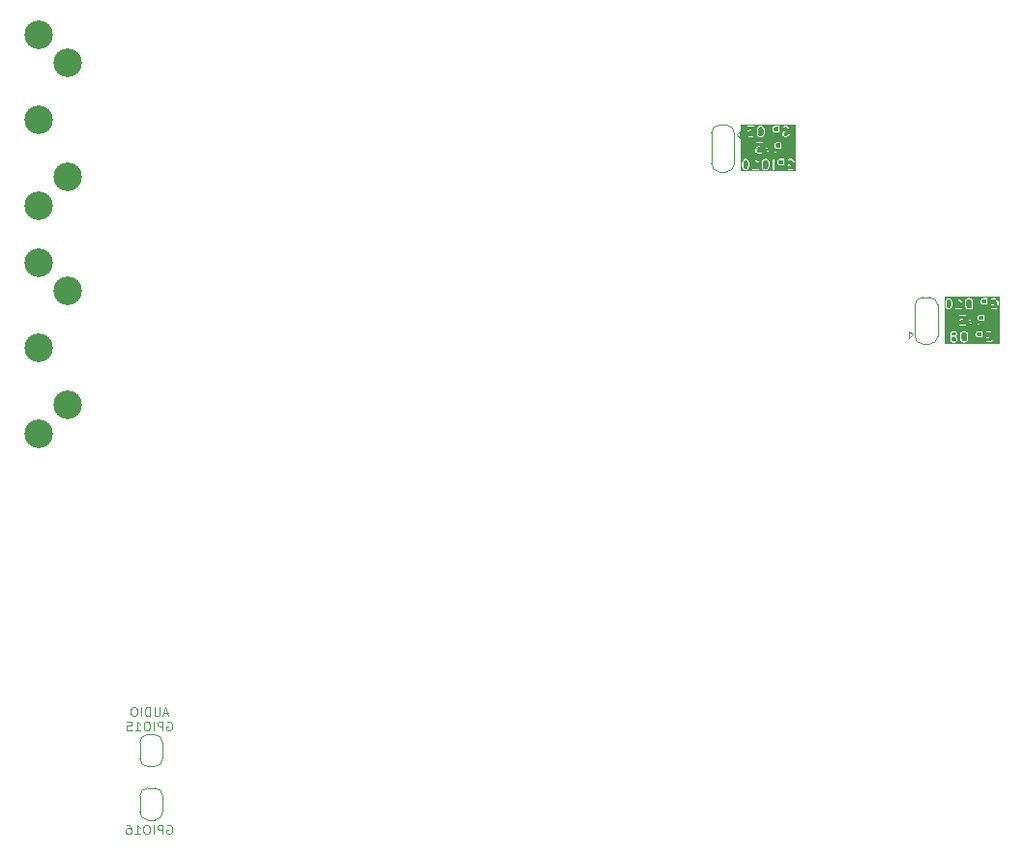
<source format=gbr>
%TF.GenerationSoftware,KiCad,Pcbnew,8.0.7*%
%TF.CreationDate,2025-05-14T18:58:00+01:00*%
%TF.ProjectId,ESP32-S3-Experimenter,45535033-322d-4533-932d-457870657269,rev?*%
%TF.SameCoordinates,Original*%
%TF.FileFunction,Legend,Bot*%
%TF.FilePolarity,Positive*%
%FSLAX46Y46*%
G04 Gerber Fmt 4.6, Leading zero omitted, Abs format (unit mm)*
G04 Created by KiCad (PCBNEW 8.0.7) date 2025-05-14 18:58:00*
%MOMM*%
%LPD*%
G01*
G04 APERTURE LIST*
%ADD10C,0.100000*%
%ADD11C,0.120000*%
%ADD12C,2.499360*%
G04 APERTURE END LIST*
D10*
G36*
X123984669Y-88544056D02*
G01*
X124016050Y-88575437D01*
X124052823Y-88648984D01*
X124092857Y-88809117D01*
X124092857Y-89011094D01*
X124052824Y-89171226D01*
X124016050Y-89244772D01*
X123984666Y-89276157D01*
X123916769Y-89310106D01*
X123854660Y-89310106D01*
X123786762Y-89276157D01*
X123755377Y-89244772D01*
X123718603Y-89171225D01*
X123678571Y-89011094D01*
X123678571Y-88809117D01*
X123718603Y-88648985D01*
X123755378Y-88575437D01*
X123786760Y-88544056D01*
X123854660Y-88510106D01*
X123916769Y-88510106D01*
X123984669Y-88544056D01*
G37*
G36*
X125784669Y-88544056D02*
G01*
X125854851Y-88614238D01*
X125892857Y-88766260D01*
X125892857Y-89053951D01*
X125854851Y-89205972D01*
X125784667Y-89276157D01*
X125716769Y-89310106D01*
X125568945Y-89310106D01*
X125501048Y-89276157D01*
X125430862Y-89205971D01*
X125392857Y-89053951D01*
X125392857Y-88766260D01*
X125430862Y-88614238D01*
X125501045Y-88544055D01*
X125568945Y-88510106D01*
X125716769Y-88510106D01*
X125784669Y-88544056D01*
G37*
G36*
X127178571Y-88881534D02*
G01*
X126897516Y-88881534D01*
X126829616Y-88847584D01*
X126798235Y-88816203D01*
X126764285Y-88748303D01*
X126764285Y-88643337D01*
X126798235Y-88575437D01*
X126829616Y-88544055D01*
X126897516Y-88510106D01*
X127178571Y-88510106D01*
X127178571Y-88881534D01*
G37*
G36*
X126900000Y-87432585D02*
G01*
X126618945Y-87432585D01*
X126551045Y-87398635D01*
X126519664Y-87367254D01*
X126485714Y-87299354D01*
X126485714Y-87194388D01*
X126519664Y-87126488D01*
X126551045Y-87095106D01*
X126618945Y-87061157D01*
X126900000Y-87061157D01*
X126900000Y-87432585D01*
G37*
G36*
X125356097Y-85646158D02*
G01*
X125426279Y-85716340D01*
X125464285Y-85868362D01*
X125464285Y-86156053D01*
X125426279Y-86308074D01*
X125356095Y-86378259D01*
X125288197Y-86412208D01*
X125140373Y-86412208D01*
X125072476Y-86378259D01*
X125002290Y-86308073D01*
X124964285Y-86156053D01*
X124964285Y-85868362D01*
X125002290Y-85716340D01*
X125072473Y-85646157D01*
X125140373Y-85612208D01*
X125288197Y-85612208D01*
X125356097Y-85646158D01*
G37*
G36*
X126749999Y-85983636D02*
G01*
X126468944Y-85983636D01*
X126401044Y-85949686D01*
X126369663Y-85918305D01*
X126335713Y-85850405D01*
X126335713Y-85745439D01*
X126369663Y-85677539D01*
X126401044Y-85646157D01*
X126468944Y-85612208D01*
X126749999Y-85612208D01*
X126749999Y-85983636D01*
G37*
G36*
X128321428Y-89510106D02*
G01*
X123478571Y-89510106D01*
X123478571Y-88802963D01*
X123578571Y-88802963D01*
X123578571Y-89017249D01*
X123579766Y-89023258D01*
X123580064Y-89029376D01*
X123622921Y-89200804D01*
X123625260Y-89205756D01*
X123626707Y-89211038D01*
X123669565Y-89296752D01*
X123674476Y-89303080D01*
X123678930Y-89309746D01*
X123721787Y-89352604D01*
X123728453Y-89357058D01*
X123734782Y-89361970D01*
X123820496Y-89404827D01*
X123822911Y-89405488D01*
X123823723Y-89406300D01*
X123831584Y-89407863D01*
X123839312Y-89409980D01*
X123840400Y-89409617D01*
X123842857Y-89410106D01*
X123928571Y-89410106D01*
X123931027Y-89409617D01*
X123932115Y-89409980D01*
X123939839Y-89407864D01*
X123947705Y-89406300D01*
X123948516Y-89405488D01*
X123950931Y-89404827D01*
X124036646Y-89361970D01*
X124042967Y-89357063D01*
X124049642Y-89352604D01*
X124061274Y-89340972D01*
X124439520Y-89340972D01*
X124439520Y-89379240D01*
X124466580Y-89406300D01*
X124485714Y-89410106D01*
X125000000Y-89410106D01*
X125019134Y-89406300D01*
X125046194Y-89379240D01*
X125046194Y-89340972D01*
X125019134Y-89313912D01*
X125000000Y-89310106D01*
X124792857Y-89310106D01*
X124792857Y-88623495D01*
X124793216Y-88624033D01*
X124878931Y-88709747D01*
X124885596Y-88714200D01*
X124891925Y-88719112D01*
X124977639Y-88761970D01*
X124996455Y-88767123D01*
X125017507Y-88760106D01*
X125292857Y-88760106D01*
X125292857Y-89060106D01*
X125294052Y-89066115D01*
X125294350Y-89072233D01*
X125337207Y-89243661D01*
X125339520Y-89248557D01*
X125339520Y-89250668D01*
X125342924Y-89255763D01*
X125345540Y-89261300D01*
X125347348Y-89262385D01*
X125350358Y-89266889D01*
X125436073Y-89352604D01*
X125442739Y-89357058D01*
X125449068Y-89361970D01*
X125534782Y-89404827D01*
X125537197Y-89405488D01*
X125538009Y-89406300D01*
X125545873Y-89407864D01*
X125553599Y-89409980D01*
X125554686Y-89409617D01*
X125557143Y-89410106D01*
X125728571Y-89410106D01*
X125731027Y-89409617D01*
X125732115Y-89409980D01*
X125739839Y-89407864D01*
X125747705Y-89406300D01*
X125748516Y-89405488D01*
X125750931Y-89404827D01*
X125836646Y-89361970D01*
X125842967Y-89357063D01*
X125849642Y-89352604D01*
X125935356Y-89266889D01*
X125938365Y-89262385D01*
X125940174Y-89261300D01*
X125942789Y-89255763D01*
X125946194Y-89250668D01*
X125946194Y-89248557D01*
X125948507Y-89243661D01*
X125991364Y-89072233D01*
X125991661Y-89066115D01*
X125992857Y-89060106D01*
X125992857Y-88760106D01*
X125991661Y-88754096D01*
X125991364Y-88747979D01*
X125948507Y-88576550D01*
X125946194Y-88571653D01*
X125946194Y-88569543D01*
X125942790Y-88564449D01*
X125940174Y-88558911D01*
X125938363Y-88557824D01*
X125935355Y-88553322D01*
X125849641Y-88467608D01*
X125842974Y-88463153D01*
X125839048Y-88460106D01*
X126278571Y-88460106D01*
X126278571Y-89360106D01*
X126282377Y-89379240D01*
X126309437Y-89406300D01*
X126347705Y-89406300D01*
X126374765Y-89379240D01*
X126378571Y-89360106D01*
X126378571Y-88631534D01*
X126664285Y-88631534D01*
X126664285Y-88760106D01*
X126664773Y-88762562D01*
X126664411Y-88763651D01*
X126666527Y-88771378D01*
X126668091Y-88779240D01*
X126668902Y-88780051D01*
X126669564Y-88782467D01*
X126712421Y-88868181D01*
X126717334Y-88874512D01*
X126721787Y-88881175D01*
X126764644Y-88924032D01*
X126771310Y-88928486D01*
X126777639Y-88933398D01*
X126863353Y-88976255D01*
X126865768Y-88976916D01*
X126866580Y-88977728D01*
X126874444Y-88979292D01*
X126882170Y-88981408D01*
X126883257Y-88981045D01*
X126885714Y-88981534D01*
X127178571Y-88981534D01*
X127178571Y-89360106D01*
X127182377Y-89379240D01*
X127209437Y-89406300D01*
X127247705Y-89406300D01*
X127274765Y-89379240D01*
X127278571Y-89360106D01*
X127278571Y-88974391D01*
X127564285Y-88974391D01*
X127564285Y-89274391D01*
X127568091Y-89293525D01*
X127578929Y-89309746D01*
X127621786Y-89352604D01*
X127623868Y-89353995D01*
X127624382Y-89355022D01*
X127631340Y-89358988D01*
X127638007Y-89363443D01*
X127639156Y-89363443D01*
X127641331Y-89364683D01*
X127769903Y-89407540D01*
X127777850Y-89408541D01*
X127785714Y-89410106D01*
X127871428Y-89410106D01*
X127879290Y-89408542D01*
X127887239Y-89407540D01*
X128015811Y-89364683D01*
X128017986Y-89363443D01*
X128019133Y-89363443D01*
X128025791Y-89358993D01*
X128032759Y-89355022D01*
X128033272Y-89353994D01*
X128035354Y-89352604D01*
X128121069Y-89266890D01*
X128125523Y-89260223D01*
X128130435Y-89253895D01*
X128173292Y-89168181D01*
X128174738Y-89162899D01*
X128177078Y-89157947D01*
X128219935Y-88986518D01*
X128220232Y-88980400D01*
X128221428Y-88974391D01*
X128221428Y-88845820D01*
X128220232Y-88839810D01*
X128219935Y-88833693D01*
X128177078Y-88662264D01*
X128174738Y-88657311D01*
X128173292Y-88652030D01*
X128130435Y-88566316D01*
X128125519Y-88559981D01*
X128121069Y-88553322D01*
X128035354Y-88467607D01*
X128033271Y-88466215D01*
X128032759Y-88465190D01*
X128025795Y-88461220D01*
X128019133Y-88456769D01*
X128017986Y-88456769D01*
X128015811Y-88455529D01*
X127887239Y-88412672D01*
X127879290Y-88411669D01*
X127871428Y-88410106D01*
X127742857Y-88410106D01*
X127740400Y-88410594D01*
X127739313Y-88410232D01*
X127731587Y-88412347D01*
X127723723Y-88413912D01*
X127722911Y-88414723D01*
X127720496Y-88415385D01*
X127634782Y-88458242D01*
X127619370Y-88470203D01*
X127607268Y-88506507D01*
X127624382Y-88540735D01*
X127660686Y-88552837D01*
X127679502Y-88547684D01*
X127754659Y-88510106D01*
X127863315Y-88510106D01*
X127972989Y-88546664D01*
X128044622Y-88618296D01*
X128081394Y-88691841D01*
X128121428Y-88851974D01*
X128121428Y-88968236D01*
X128081394Y-89128369D01*
X128044621Y-89201915D01*
X127972990Y-89273547D01*
X127863315Y-89310106D01*
X127793828Y-89310106D01*
X127684152Y-89273548D01*
X127664285Y-89253680D01*
X127664285Y-89024391D01*
X127785714Y-89024391D01*
X127804848Y-89020585D01*
X127831908Y-88993525D01*
X127831908Y-88955257D01*
X127804848Y-88928197D01*
X127785714Y-88924391D01*
X127614285Y-88924391D01*
X127595151Y-88928197D01*
X127568091Y-88955257D01*
X127564285Y-88974391D01*
X127278571Y-88974391D01*
X127278571Y-88460106D01*
X127274765Y-88440972D01*
X127247705Y-88413912D01*
X127228571Y-88410106D01*
X126885714Y-88410106D01*
X126883257Y-88410594D01*
X126882170Y-88410232D01*
X126874444Y-88412347D01*
X126866580Y-88413912D01*
X126865768Y-88414723D01*
X126863353Y-88415385D01*
X126777639Y-88458242D01*
X126771310Y-88463153D01*
X126764644Y-88467608D01*
X126721787Y-88510465D01*
X126717334Y-88517127D01*
X126712421Y-88523459D01*
X126669564Y-88609173D01*
X126668902Y-88611588D01*
X126668091Y-88612400D01*
X126666527Y-88620261D01*
X126664411Y-88627989D01*
X126664773Y-88629077D01*
X126664285Y-88631534D01*
X126378571Y-88631534D01*
X126378571Y-88460106D01*
X126374765Y-88440972D01*
X126347705Y-88413912D01*
X126309437Y-88413912D01*
X126282377Y-88440972D01*
X126278571Y-88460106D01*
X125839048Y-88460106D01*
X125836646Y-88458242D01*
X125750931Y-88415385D01*
X125748516Y-88414723D01*
X125747705Y-88413912D01*
X125739839Y-88412347D01*
X125732115Y-88410232D01*
X125731027Y-88410594D01*
X125728571Y-88410106D01*
X125557143Y-88410106D01*
X125554686Y-88410594D01*
X125553599Y-88410232D01*
X125545873Y-88412347D01*
X125538009Y-88413912D01*
X125537197Y-88414723D01*
X125534782Y-88415385D01*
X125449068Y-88458242D01*
X125442739Y-88463153D01*
X125436073Y-88467608D01*
X125350359Y-88553322D01*
X125347350Y-88557824D01*
X125345540Y-88558911D01*
X125342923Y-88564449D01*
X125339520Y-88569543D01*
X125339520Y-88571653D01*
X125337207Y-88576550D01*
X125294350Y-88747979D01*
X125294052Y-88754096D01*
X125292857Y-88760106D01*
X125017507Y-88760106D01*
X125032760Y-88755022D01*
X125049874Y-88720794D01*
X125037773Y-88684489D01*
X125022361Y-88672528D01*
X124943903Y-88633298D01*
X124867425Y-88556820D01*
X124784460Y-88432371D01*
X124770679Y-88418562D01*
X124765631Y-88417552D01*
X124761991Y-88413912D01*
X124747429Y-88413912D01*
X124733154Y-88411057D01*
X124728871Y-88413912D01*
X124723723Y-88413912D01*
X124713426Y-88424208D01*
X124701313Y-88432284D01*
X124700303Y-88437331D01*
X124696663Y-88440972D01*
X124692857Y-88460106D01*
X124692857Y-89310106D01*
X124485714Y-89310106D01*
X124466580Y-89313912D01*
X124439520Y-89340972D01*
X124061274Y-89340972D01*
X124092499Y-89309746D01*
X124096952Y-89303080D01*
X124101864Y-89296752D01*
X124144721Y-89211038D01*
X124146167Y-89205756D01*
X124148507Y-89200804D01*
X124191364Y-89029376D01*
X124191661Y-89023258D01*
X124192857Y-89017249D01*
X124192857Y-88802963D01*
X124191661Y-88796953D01*
X124191364Y-88790836D01*
X124148507Y-88619407D01*
X124146167Y-88614454D01*
X124144721Y-88609173D01*
X124101864Y-88523459D01*
X124096948Y-88517124D01*
X124092498Y-88510465D01*
X124049641Y-88467608D01*
X124042974Y-88463153D01*
X124036646Y-88458242D01*
X123950931Y-88415385D01*
X123948516Y-88414723D01*
X123947705Y-88413912D01*
X123939839Y-88412347D01*
X123932115Y-88410232D01*
X123931027Y-88410594D01*
X123928571Y-88410106D01*
X123842857Y-88410106D01*
X123840400Y-88410594D01*
X123839312Y-88410232D01*
X123831584Y-88412348D01*
X123823723Y-88413912D01*
X123822911Y-88414723D01*
X123820496Y-88415385D01*
X123734782Y-88458242D01*
X123728447Y-88463157D01*
X123721788Y-88467608D01*
X123678931Y-88510465D01*
X123674480Y-88517124D01*
X123669565Y-88523459D01*
X123626707Y-88609173D01*
X123625260Y-88614454D01*
X123622921Y-88619407D01*
X123580064Y-88790836D01*
X123579766Y-88796953D01*
X123578571Y-88802963D01*
X123478571Y-88802963D01*
X123478571Y-87525442D01*
X124757142Y-87525442D01*
X124757142Y-87739728D01*
X124757630Y-87742184D01*
X124757268Y-87743273D01*
X124759384Y-87751000D01*
X124760948Y-87758862D01*
X124761759Y-87759673D01*
X124762421Y-87762089D01*
X124805278Y-87847803D01*
X124810191Y-87854134D01*
X124814644Y-87860797D01*
X124857501Y-87903655D01*
X124864167Y-87908109D01*
X124870496Y-87913021D01*
X124956210Y-87955878D01*
X124958625Y-87956539D01*
X124959437Y-87957351D01*
X124967298Y-87958914D01*
X124975026Y-87961031D01*
X124976114Y-87960668D01*
X124978571Y-87961157D01*
X125235714Y-87961157D01*
X125238170Y-87960668D01*
X125239259Y-87961031D01*
X125246986Y-87958914D01*
X125254848Y-87957351D01*
X125255659Y-87956539D01*
X125258075Y-87955878D01*
X125343789Y-87913021D01*
X125350114Y-87908111D01*
X125356784Y-87903655D01*
X125399641Y-87860797D01*
X125410479Y-87844576D01*
X125410479Y-87806307D01*
X125383419Y-87779248D01*
X125345150Y-87779248D01*
X125328929Y-87790087D01*
X125291808Y-87827208D01*
X125223911Y-87861157D01*
X124990374Y-87861157D01*
X124922475Y-87827207D01*
X124891091Y-87795824D01*
X124857142Y-87727925D01*
X124857142Y-87537245D01*
X124891090Y-87469347D01*
X124922475Y-87437963D01*
X124990374Y-87404014D01*
X125107142Y-87404014D01*
X125121084Y-87401240D01*
X125123161Y-87401379D01*
X125123976Y-87400665D01*
X125126276Y-87400208D01*
X125138713Y-87387771D01*
X125151961Y-87376179D01*
X125152079Y-87374404D01*
X125153336Y-87373148D01*
X125153336Y-87355557D01*
X125154507Y-87337995D01*
X125153336Y-87335961D01*
X125153336Y-87334880D01*
X125151867Y-87333411D01*
X125144771Y-87321089D01*
X124917330Y-87061157D01*
X125364285Y-87061157D01*
X125383419Y-87057351D01*
X125410479Y-87030291D01*
X125410479Y-87007613D01*
X125528697Y-87007613D01*
X125531137Y-87026968D01*
X125831137Y-87926968D01*
X125840798Y-87943917D01*
X125844140Y-87945587D01*
X125845811Y-87948930D01*
X125860850Y-87953943D01*
X125875027Y-87961031D01*
X125878570Y-87959849D01*
X125882115Y-87961031D01*
X125896294Y-87953941D01*
X125911331Y-87948929D01*
X125913001Y-87945588D01*
X125916344Y-87943917D01*
X125926005Y-87926968D01*
X126174133Y-87182585D01*
X126385714Y-87182585D01*
X126385714Y-87311157D01*
X126386202Y-87313613D01*
X126385840Y-87314702D01*
X126387956Y-87322429D01*
X126389520Y-87330291D01*
X126390331Y-87331102D01*
X126390993Y-87333518D01*
X126433850Y-87419232D01*
X126438763Y-87425563D01*
X126443216Y-87432226D01*
X126486073Y-87475083D01*
X126492739Y-87479537D01*
X126499068Y-87484449D01*
X126584782Y-87527306D01*
X126587197Y-87527967D01*
X126588009Y-87528779D01*
X126595873Y-87530343D01*
X126603599Y-87532459D01*
X126604686Y-87532096D01*
X126607143Y-87532585D01*
X126639682Y-87532585D01*
X126394752Y-87882484D01*
X126386898Y-87900342D01*
X126393548Y-87938028D01*
X126424899Y-87959973D01*
X126462585Y-87953323D01*
X126476676Y-87939830D01*
X126761747Y-87532585D01*
X126900000Y-87532585D01*
X126900000Y-87911157D01*
X126903806Y-87930291D01*
X126930866Y-87957351D01*
X126969134Y-87957351D01*
X126996194Y-87930291D01*
X127000000Y-87911157D01*
X127000000Y-87011157D01*
X126996194Y-86992023D01*
X126969134Y-86964963D01*
X126950000Y-86961157D01*
X126607143Y-86961157D01*
X126604686Y-86961645D01*
X126603599Y-86961283D01*
X126595873Y-86963398D01*
X126588009Y-86964963D01*
X126587197Y-86965774D01*
X126584782Y-86966436D01*
X126499068Y-87009293D01*
X126492739Y-87014204D01*
X126486073Y-87018659D01*
X126443216Y-87061516D01*
X126438763Y-87068178D01*
X126433850Y-87074510D01*
X126390993Y-87160224D01*
X126390331Y-87162639D01*
X126389520Y-87163451D01*
X126387956Y-87171312D01*
X126385840Y-87179040D01*
X126386202Y-87180128D01*
X126385714Y-87182585D01*
X126174133Y-87182585D01*
X126226005Y-87026969D01*
X126228445Y-87007613D01*
X126211331Y-86973385D01*
X126175027Y-86961283D01*
X126140798Y-86978397D01*
X126131137Y-86995346D01*
X125878571Y-87753043D01*
X125626005Y-86995346D01*
X125616344Y-86978397D01*
X125582115Y-86961283D01*
X125545811Y-86973384D01*
X125528697Y-87007613D01*
X125410479Y-87007613D01*
X125410479Y-86992023D01*
X125383419Y-86964963D01*
X125364285Y-86961157D01*
X124807142Y-86961157D01*
X124793195Y-86963931D01*
X124791123Y-86963793D01*
X124790308Y-86964505D01*
X124788008Y-86964963D01*
X124775567Y-86977403D01*
X124762323Y-86988992D01*
X124762204Y-86990766D01*
X124760948Y-86992023D01*
X124760948Y-87009621D01*
X124759778Y-87027176D01*
X124760948Y-87029207D01*
X124760948Y-87030291D01*
X124762418Y-87031761D01*
X124769513Y-87044082D01*
X124996953Y-87304014D01*
X124978571Y-87304014D01*
X124976114Y-87304502D01*
X124975026Y-87304140D01*
X124967298Y-87306256D01*
X124959437Y-87307820D01*
X124958625Y-87308631D01*
X124956210Y-87309293D01*
X124870496Y-87352150D01*
X124864167Y-87357061D01*
X124857502Y-87361515D01*
X124814644Y-87404372D01*
X124810187Y-87411041D01*
X124805278Y-87417367D01*
X124762421Y-87503081D01*
X124761759Y-87505496D01*
X124760948Y-87506308D01*
X124759384Y-87514169D01*
X124757268Y-87521897D01*
X124757630Y-87522985D01*
X124757142Y-87525442D01*
X123478571Y-87525442D01*
X123478571Y-86076493D01*
X124007142Y-86076493D01*
X124007142Y-86290779D01*
X124007630Y-86293235D01*
X124007268Y-86294324D01*
X124009384Y-86302051D01*
X124010948Y-86309913D01*
X124011759Y-86310724D01*
X124012421Y-86313140D01*
X124055278Y-86398854D01*
X124060191Y-86405185D01*
X124064644Y-86411848D01*
X124107501Y-86454706D01*
X124114167Y-86459160D01*
X124120496Y-86464072D01*
X124206210Y-86506929D01*
X124208625Y-86507590D01*
X124209437Y-86508402D01*
X124217298Y-86509965D01*
X124225026Y-86512082D01*
X124226114Y-86511719D01*
X124228571Y-86512208D01*
X124485714Y-86512208D01*
X124488170Y-86511719D01*
X124489259Y-86512082D01*
X124496986Y-86509965D01*
X124504848Y-86508402D01*
X124505659Y-86507590D01*
X124508075Y-86506929D01*
X124593789Y-86464072D01*
X124600114Y-86459162D01*
X124606784Y-86454706D01*
X124649641Y-86411848D01*
X124660479Y-86395627D01*
X124660479Y-86357358D01*
X124633419Y-86330299D01*
X124595150Y-86330299D01*
X124578929Y-86341138D01*
X124541808Y-86378259D01*
X124473911Y-86412208D01*
X124240374Y-86412208D01*
X124172475Y-86378258D01*
X124141091Y-86346875D01*
X124107142Y-86278976D01*
X124107142Y-86088296D01*
X124141090Y-86020398D01*
X124172475Y-85989014D01*
X124240374Y-85955065D01*
X124357142Y-85955065D01*
X124371084Y-85952291D01*
X124373161Y-85952430D01*
X124373976Y-85951716D01*
X124376276Y-85951259D01*
X124388713Y-85938822D01*
X124401961Y-85927230D01*
X124402079Y-85925455D01*
X124403336Y-85924199D01*
X124403336Y-85906608D01*
X124404507Y-85889046D01*
X124403336Y-85887012D01*
X124403336Y-85885931D01*
X124401867Y-85884462D01*
X124394771Y-85872140D01*
X124386080Y-85862208D01*
X124864285Y-85862208D01*
X124864285Y-86162208D01*
X124865480Y-86168217D01*
X124865778Y-86174335D01*
X124908635Y-86345763D01*
X124910948Y-86350659D01*
X124910948Y-86352770D01*
X124914352Y-86357865D01*
X124916968Y-86363402D01*
X124918776Y-86364487D01*
X124921786Y-86368991D01*
X125007501Y-86454706D01*
X125014167Y-86459160D01*
X125020496Y-86464072D01*
X125106210Y-86506929D01*
X125108625Y-86507590D01*
X125109437Y-86508402D01*
X125117301Y-86509966D01*
X125125027Y-86512082D01*
X125126114Y-86511719D01*
X125128571Y-86512208D01*
X125299999Y-86512208D01*
X125302455Y-86511719D01*
X125303543Y-86512082D01*
X125311267Y-86509966D01*
X125319133Y-86508402D01*
X125319944Y-86507590D01*
X125322359Y-86506929D01*
X125408074Y-86464072D01*
X125414395Y-86459165D01*
X125421070Y-86454706D01*
X125506784Y-86368991D01*
X125509793Y-86364487D01*
X125511602Y-86363402D01*
X125514217Y-86357865D01*
X125517622Y-86352770D01*
X125517622Y-86350659D01*
X125519935Y-86345763D01*
X125562792Y-86174335D01*
X125563089Y-86168217D01*
X125564285Y-86162208D01*
X125564285Y-85862208D01*
X125563089Y-85856198D01*
X125562792Y-85850081D01*
X125519935Y-85678652D01*
X125517622Y-85673755D01*
X125517622Y-85671645D01*
X125514218Y-85666551D01*
X125511602Y-85661013D01*
X125509791Y-85659926D01*
X125506783Y-85655424D01*
X125421069Y-85569710D01*
X125414402Y-85565255D01*
X125410476Y-85562208D01*
X125849999Y-85562208D01*
X125849999Y-86462208D01*
X125853805Y-86481342D01*
X125880865Y-86508402D01*
X125919133Y-86508402D01*
X125946193Y-86481342D01*
X125949999Y-86462208D01*
X125949999Y-85733636D01*
X126235713Y-85733636D01*
X126235713Y-85862208D01*
X126236201Y-85864664D01*
X126235839Y-85865753D01*
X126237955Y-85873480D01*
X126239519Y-85881342D01*
X126240330Y-85882153D01*
X126240992Y-85884569D01*
X126283849Y-85970283D01*
X126288762Y-85976614D01*
X126293215Y-85983277D01*
X126336072Y-86026134D01*
X126342738Y-86030588D01*
X126349067Y-86035500D01*
X126434781Y-86078357D01*
X126437196Y-86079018D01*
X126438008Y-86079830D01*
X126445872Y-86081394D01*
X126453598Y-86083510D01*
X126454685Y-86083147D01*
X126457142Y-86083636D01*
X126749999Y-86083636D01*
X126749999Y-86462208D01*
X126753805Y-86481342D01*
X126780865Y-86508402D01*
X126819133Y-86508402D01*
X126846193Y-86481342D01*
X126849999Y-86462208D01*
X126849999Y-86076493D01*
X127135713Y-86076493D01*
X127135713Y-86376493D01*
X127139519Y-86395627D01*
X127150357Y-86411848D01*
X127193214Y-86454706D01*
X127195296Y-86456097D01*
X127195810Y-86457124D01*
X127202768Y-86461090D01*
X127209435Y-86465545D01*
X127210584Y-86465545D01*
X127212759Y-86466785D01*
X127341331Y-86509642D01*
X127349278Y-86510643D01*
X127357142Y-86512208D01*
X127442856Y-86512208D01*
X127450718Y-86510644D01*
X127458667Y-86509642D01*
X127587239Y-86466785D01*
X127589414Y-86465545D01*
X127590561Y-86465545D01*
X127597219Y-86461095D01*
X127604187Y-86457124D01*
X127604700Y-86456096D01*
X127606782Y-86454706D01*
X127692497Y-86368992D01*
X127696951Y-86362325D01*
X127701863Y-86355997D01*
X127744720Y-86270283D01*
X127746166Y-86265001D01*
X127748506Y-86260049D01*
X127791363Y-86088620D01*
X127791660Y-86082502D01*
X127792856Y-86076493D01*
X127792856Y-85947922D01*
X127791660Y-85941912D01*
X127791363Y-85935795D01*
X127748506Y-85764366D01*
X127746166Y-85759413D01*
X127744720Y-85754132D01*
X127701863Y-85668418D01*
X127696947Y-85662083D01*
X127692497Y-85655424D01*
X127606782Y-85569709D01*
X127604699Y-85568317D01*
X127604187Y-85567292D01*
X127597223Y-85563322D01*
X127590561Y-85558871D01*
X127589414Y-85558871D01*
X127587239Y-85557631D01*
X127458667Y-85514774D01*
X127450718Y-85513771D01*
X127442856Y-85512208D01*
X127314285Y-85512208D01*
X127311828Y-85512696D01*
X127310741Y-85512334D01*
X127303015Y-85514449D01*
X127295151Y-85516014D01*
X127294339Y-85516825D01*
X127291924Y-85517487D01*
X127206210Y-85560344D01*
X127190798Y-85572305D01*
X127178696Y-85608609D01*
X127195810Y-85642837D01*
X127232114Y-85654939D01*
X127250930Y-85649786D01*
X127326087Y-85612208D01*
X127434743Y-85612208D01*
X127544417Y-85648766D01*
X127616050Y-85720398D01*
X127652822Y-85793943D01*
X127692856Y-85954076D01*
X127692856Y-86070338D01*
X127652822Y-86230471D01*
X127616049Y-86304017D01*
X127544418Y-86375649D01*
X127434743Y-86412208D01*
X127365256Y-86412208D01*
X127255580Y-86375650D01*
X127235713Y-86355782D01*
X127235713Y-86126493D01*
X127357142Y-86126493D01*
X127376276Y-86122687D01*
X127403336Y-86095627D01*
X127403336Y-86057359D01*
X127376276Y-86030299D01*
X127357142Y-86026493D01*
X127185713Y-86026493D01*
X127166579Y-86030299D01*
X127139519Y-86057359D01*
X127135713Y-86076493D01*
X126849999Y-86076493D01*
X126849999Y-85562208D01*
X126846193Y-85543074D01*
X126819133Y-85516014D01*
X126799999Y-85512208D01*
X126457142Y-85512208D01*
X126454685Y-85512696D01*
X126453598Y-85512334D01*
X126445872Y-85514449D01*
X126438008Y-85516014D01*
X126437196Y-85516825D01*
X126434781Y-85517487D01*
X126349067Y-85560344D01*
X126342738Y-85565255D01*
X126336072Y-85569710D01*
X126293215Y-85612567D01*
X126288762Y-85619229D01*
X126283849Y-85625561D01*
X126240992Y-85711275D01*
X126240330Y-85713690D01*
X126239519Y-85714502D01*
X126237955Y-85722363D01*
X126235839Y-85730091D01*
X126236201Y-85731179D01*
X126235713Y-85733636D01*
X125949999Y-85733636D01*
X125949999Y-85562208D01*
X125946193Y-85543074D01*
X125919133Y-85516014D01*
X125880865Y-85516014D01*
X125853805Y-85543074D01*
X125849999Y-85562208D01*
X125410476Y-85562208D01*
X125408074Y-85560344D01*
X125322359Y-85517487D01*
X125319944Y-85516825D01*
X125319133Y-85516014D01*
X125311267Y-85514449D01*
X125303543Y-85512334D01*
X125302455Y-85512696D01*
X125299999Y-85512208D01*
X125128571Y-85512208D01*
X125126114Y-85512696D01*
X125125027Y-85512334D01*
X125117301Y-85514449D01*
X125109437Y-85516014D01*
X125108625Y-85516825D01*
X125106210Y-85517487D01*
X125020496Y-85560344D01*
X125014167Y-85565255D01*
X125007501Y-85569710D01*
X124921787Y-85655424D01*
X124918778Y-85659926D01*
X124916968Y-85661013D01*
X124914351Y-85666551D01*
X124910948Y-85671645D01*
X124910948Y-85673755D01*
X124908635Y-85678652D01*
X124865778Y-85850081D01*
X124865480Y-85856198D01*
X124864285Y-85862208D01*
X124386080Y-85862208D01*
X124167330Y-85612208D01*
X124614285Y-85612208D01*
X124633419Y-85608402D01*
X124660479Y-85581342D01*
X124660479Y-85543074D01*
X124633419Y-85516014D01*
X124614285Y-85512208D01*
X124057142Y-85512208D01*
X124043195Y-85514982D01*
X124041123Y-85514844D01*
X124040308Y-85515556D01*
X124038008Y-85516014D01*
X124025567Y-85528454D01*
X124012323Y-85540043D01*
X124012204Y-85541817D01*
X124010948Y-85543074D01*
X124010948Y-85560672D01*
X124009778Y-85578227D01*
X124010948Y-85580258D01*
X124010948Y-85581342D01*
X124012418Y-85582812D01*
X124019513Y-85595133D01*
X124246953Y-85855065D01*
X124228571Y-85855065D01*
X124226114Y-85855553D01*
X124225026Y-85855191D01*
X124217298Y-85857307D01*
X124209437Y-85858871D01*
X124208625Y-85859682D01*
X124206210Y-85860344D01*
X124120496Y-85903201D01*
X124114167Y-85908112D01*
X124107502Y-85912566D01*
X124064644Y-85955423D01*
X124060187Y-85962092D01*
X124055278Y-85968418D01*
X124012421Y-86054132D01*
X124011759Y-86056547D01*
X124010948Y-86057359D01*
X124009384Y-86065220D01*
X124007268Y-86072948D01*
X124007630Y-86074036D01*
X124007142Y-86076493D01*
X123478571Y-86076493D01*
X123478571Y-85412208D01*
X128321428Y-85412208D01*
X128321428Y-89510106D01*
G37*
G36*
X142256097Y-104029770D02*
G01*
X142287478Y-104061151D01*
X142321428Y-104129050D01*
X142321428Y-104276874D01*
X142287478Y-104344772D01*
X142256094Y-104376157D01*
X142188197Y-104410106D01*
X142040374Y-104410106D01*
X141972475Y-104376156D01*
X141941091Y-104344773D01*
X141907142Y-104276874D01*
X141907142Y-104129051D01*
X141941090Y-104061153D01*
X141972475Y-104029769D01*
X142040374Y-103995820D01*
X142188197Y-103995820D01*
X142256097Y-104029770D01*
G37*
G36*
X142256097Y-103644056D02*
G01*
X142287478Y-103675437D01*
X142321428Y-103743337D01*
X142321428Y-103762589D01*
X142287478Y-103830488D01*
X142256097Y-103861870D01*
X142188197Y-103895820D01*
X142040374Y-103895820D01*
X141972475Y-103861870D01*
X141941090Y-103830486D01*
X141907142Y-103762589D01*
X141907142Y-103743337D01*
X141941090Y-103675439D01*
X141972475Y-103644055D01*
X142040374Y-103610106D01*
X142188197Y-103610106D01*
X142256097Y-103644056D01*
G37*
G36*
X143156097Y-103644056D02*
G01*
X143226279Y-103714238D01*
X143264285Y-103866260D01*
X143264285Y-104153951D01*
X143226279Y-104305972D01*
X143156095Y-104376157D01*
X143088197Y-104410106D01*
X142940373Y-104410106D01*
X142872476Y-104376157D01*
X142802290Y-104305971D01*
X142764285Y-104153951D01*
X142764285Y-103866260D01*
X142802290Y-103714238D01*
X142872473Y-103644055D01*
X142940373Y-103610106D01*
X143088197Y-103610106D01*
X143156097Y-103644056D01*
G37*
G36*
X144549999Y-103981534D02*
G01*
X144268944Y-103981534D01*
X144201044Y-103947584D01*
X144169663Y-103916203D01*
X144135713Y-103848303D01*
X144135713Y-103743337D01*
X144169663Y-103675437D01*
X144201044Y-103644055D01*
X144268944Y-103610106D01*
X144549999Y-103610106D01*
X144549999Y-103981534D01*
G37*
G36*
X144700000Y-102532585D02*
G01*
X144418945Y-102532585D01*
X144351045Y-102498635D01*
X144319664Y-102467254D01*
X144285714Y-102399354D01*
X144285714Y-102294388D01*
X144319664Y-102226488D01*
X144351045Y-102195106D01*
X144418945Y-102161157D01*
X144700000Y-102161157D01*
X144700000Y-102532585D01*
G37*
G36*
X141784669Y-100746158D02*
G01*
X141816050Y-100777539D01*
X141852823Y-100851086D01*
X141892857Y-101011219D01*
X141892857Y-101213196D01*
X141852824Y-101373328D01*
X141816050Y-101446874D01*
X141784666Y-101478259D01*
X141716769Y-101512208D01*
X141654660Y-101512208D01*
X141586762Y-101478259D01*
X141555377Y-101446874D01*
X141518603Y-101373327D01*
X141478571Y-101213196D01*
X141478571Y-101011219D01*
X141518603Y-100851087D01*
X141555378Y-100777539D01*
X141586760Y-100746158D01*
X141654660Y-100712208D01*
X141716769Y-100712208D01*
X141784669Y-100746158D01*
G37*
G36*
X143584669Y-100746158D02*
G01*
X143654851Y-100816340D01*
X143692857Y-100968362D01*
X143692857Y-101256053D01*
X143654851Y-101408074D01*
X143584667Y-101478259D01*
X143516769Y-101512208D01*
X143368945Y-101512208D01*
X143301048Y-101478259D01*
X143230862Y-101408073D01*
X143192857Y-101256053D01*
X143192857Y-100968362D01*
X143230862Y-100816340D01*
X143301045Y-100746157D01*
X143368945Y-100712208D01*
X143516769Y-100712208D01*
X143584669Y-100746158D01*
G37*
G36*
X144978571Y-101083636D02*
G01*
X144697516Y-101083636D01*
X144629616Y-101049686D01*
X144598235Y-101018305D01*
X144564285Y-100950405D01*
X144564285Y-100845439D01*
X144598235Y-100777539D01*
X144629616Y-100746157D01*
X144697516Y-100712208D01*
X144978571Y-100712208D01*
X144978571Y-101083636D01*
G37*
G36*
X146121428Y-104610106D02*
G01*
X141278571Y-104610106D01*
X141278571Y-103731534D01*
X141807142Y-103731534D01*
X141807142Y-103774391D01*
X141807630Y-103776847D01*
X141807268Y-103777935D01*
X141809383Y-103785659D01*
X141810948Y-103793525D01*
X141811759Y-103794336D01*
X141812421Y-103796751D01*
X141855278Y-103882466D01*
X141860184Y-103888787D01*
X141864644Y-103895462D01*
X141907502Y-103938319D01*
X141914167Y-103942772D01*
X141918094Y-103945820D01*
X141914167Y-103948867D01*
X141907502Y-103953321D01*
X141864644Y-103996178D01*
X141860184Y-104002852D01*
X141855278Y-104009174D01*
X141812421Y-104094889D01*
X141811759Y-104097303D01*
X141810948Y-104098115D01*
X141809383Y-104105980D01*
X141807268Y-104113705D01*
X141807630Y-104114792D01*
X141807142Y-104117249D01*
X141807142Y-104288677D01*
X141807630Y-104291133D01*
X141807268Y-104292222D01*
X141809384Y-104299949D01*
X141810948Y-104307811D01*
X141811759Y-104308622D01*
X141812421Y-104311038D01*
X141855278Y-104396752D01*
X141860191Y-104403083D01*
X141864644Y-104409746D01*
X141907501Y-104452604D01*
X141914167Y-104457058D01*
X141920496Y-104461970D01*
X142006210Y-104504827D01*
X142008625Y-104505488D01*
X142009437Y-104506300D01*
X142017298Y-104507863D01*
X142025026Y-104509980D01*
X142026114Y-104509617D01*
X142028571Y-104510106D01*
X142199999Y-104510106D01*
X142202455Y-104509617D01*
X142203543Y-104509980D01*
X142211267Y-104507864D01*
X142219133Y-104506300D01*
X142219944Y-104505488D01*
X142222359Y-104504827D01*
X142308074Y-104461970D01*
X142314395Y-104457063D01*
X142321070Y-104452604D01*
X142363927Y-104409746D01*
X142368380Y-104403080D01*
X142373292Y-104396752D01*
X142416149Y-104311038D01*
X142416810Y-104308622D01*
X142417622Y-104307811D01*
X142419185Y-104299949D01*
X142421302Y-104292222D01*
X142420939Y-104291133D01*
X142421428Y-104288677D01*
X142421428Y-104117249D01*
X142420939Y-104114792D01*
X142421302Y-104113705D01*
X142419186Y-104105979D01*
X142417622Y-104098115D01*
X142416810Y-104097303D01*
X142416149Y-104094888D01*
X142373292Y-104009174D01*
X142368380Y-104002845D01*
X142363926Y-103996179D01*
X142321069Y-103953322D01*
X142314402Y-103948867D01*
X142310475Y-103945820D01*
X142314402Y-103942772D01*
X142321069Y-103938318D01*
X142363926Y-103895461D01*
X142368380Y-103888794D01*
X142373292Y-103882466D01*
X142384472Y-103860106D01*
X142664285Y-103860106D01*
X142664285Y-104160106D01*
X142665480Y-104166115D01*
X142665778Y-104172233D01*
X142708635Y-104343661D01*
X142710948Y-104348557D01*
X142710948Y-104350668D01*
X142714352Y-104355763D01*
X142716968Y-104361300D01*
X142718776Y-104362385D01*
X142721786Y-104366889D01*
X142807501Y-104452604D01*
X142814167Y-104457058D01*
X142820496Y-104461970D01*
X142906210Y-104504827D01*
X142908625Y-104505488D01*
X142909437Y-104506300D01*
X142917301Y-104507864D01*
X142925027Y-104509980D01*
X142926114Y-104509617D01*
X142928571Y-104510106D01*
X143099999Y-104510106D01*
X143102455Y-104509617D01*
X143103543Y-104509980D01*
X143111267Y-104507864D01*
X143119133Y-104506300D01*
X143119944Y-104505488D01*
X143122359Y-104504827D01*
X143208074Y-104461970D01*
X143214395Y-104457063D01*
X143221070Y-104452604D01*
X143306784Y-104366889D01*
X143309793Y-104362385D01*
X143311602Y-104361300D01*
X143314217Y-104355763D01*
X143317622Y-104350668D01*
X143317622Y-104348557D01*
X143319935Y-104343661D01*
X143362792Y-104172233D01*
X143363089Y-104166115D01*
X143364285Y-104160106D01*
X143364285Y-103860106D01*
X143363089Y-103854096D01*
X143362792Y-103847979D01*
X143319935Y-103676550D01*
X143317622Y-103671653D01*
X143317622Y-103669543D01*
X143314218Y-103664449D01*
X143311602Y-103658911D01*
X143309791Y-103657824D01*
X143306783Y-103653322D01*
X143221069Y-103567608D01*
X143214402Y-103563153D01*
X143210476Y-103560106D01*
X143649999Y-103560106D01*
X143649999Y-104460106D01*
X143653805Y-104479240D01*
X143680865Y-104506300D01*
X143719133Y-104506300D01*
X143746193Y-104479240D01*
X143749999Y-104460106D01*
X143749999Y-103731534D01*
X144035713Y-103731534D01*
X144035713Y-103860106D01*
X144036201Y-103862562D01*
X144035839Y-103863651D01*
X144037955Y-103871378D01*
X144039519Y-103879240D01*
X144040330Y-103880051D01*
X144040992Y-103882467D01*
X144083849Y-103968181D01*
X144088762Y-103974512D01*
X144093215Y-103981175D01*
X144136072Y-104024032D01*
X144142738Y-104028486D01*
X144149067Y-104033398D01*
X144234781Y-104076255D01*
X144237196Y-104076916D01*
X144238008Y-104077728D01*
X144245872Y-104079292D01*
X144253598Y-104081408D01*
X144254685Y-104081045D01*
X144257142Y-104081534D01*
X144549999Y-104081534D01*
X144549999Y-104460106D01*
X144553805Y-104479240D01*
X144580865Y-104506300D01*
X144619133Y-104506300D01*
X144646193Y-104479240D01*
X144649999Y-104460106D01*
X144649999Y-104074391D01*
X144935713Y-104074391D01*
X144935713Y-104374391D01*
X144939519Y-104393525D01*
X144950357Y-104409746D01*
X144993214Y-104452604D01*
X144995296Y-104453995D01*
X144995810Y-104455022D01*
X145002768Y-104458988D01*
X145009435Y-104463443D01*
X145010584Y-104463443D01*
X145012759Y-104464683D01*
X145141331Y-104507540D01*
X145149278Y-104508541D01*
X145157142Y-104510106D01*
X145242856Y-104510106D01*
X145250718Y-104508542D01*
X145258667Y-104507540D01*
X145387239Y-104464683D01*
X145389414Y-104463443D01*
X145390561Y-104463443D01*
X145397219Y-104458993D01*
X145404187Y-104455022D01*
X145404700Y-104453994D01*
X145406782Y-104452604D01*
X145492497Y-104366890D01*
X145496951Y-104360223D01*
X145501863Y-104353895D01*
X145544720Y-104268181D01*
X145546166Y-104262899D01*
X145548506Y-104257947D01*
X145591363Y-104086518D01*
X145591660Y-104080400D01*
X145592856Y-104074391D01*
X145592856Y-103945820D01*
X145591660Y-103939810D01*
X145591363Y-103933693D01*
X145548506Y-103762264D01*
X145546166Y-103757311D01*
X145544720Y-103752030D01*
X145501863Y-103666316D01*
X145496947Y-103659981D01*
X145492497Y-103653322D01*
X145406782Y-103567607D01*
X145404699Y-103566215D01*
X145404187Y-103565190D01*
X145397223Y-103561220D01*
X145390561Y-103556769D01*
X145389414Y-103556769D01*
X145387239Y-103555529D01*
X145258667Y-103512672D01*
X145250718Y-103511669D01*
X145242856Y-103510106D01*
X145114285Y-103510106D01*
X145111828Y-103510594D01*
X145110741Y-103510232D01*
X145103015Y-103512347D01*
X145095151Y-103513912D01*
X145094339Y-103514723D01*
X145091924Y-103515385D01*
X145006210Y-103558242D01*
X144990798Y-103570203D01*
X144978696Y-103606507D01*
X144995810Y-103640735D01*
X145032114Y-103652837D01*
X145050930Y-103647684D01*
X145126087Y-103610106D01*
X145234743Y-103610106D01*
X145344417Y-103646664D01*
X145416050Y-103718296D01*
X145452822Y-103791841D01*
X145492856Y-103951974D01*
X145492856Y-104068236D01*
X145452822Y-104228369D01*
X145416049Y-104301915D01*
X145344418Y-104373547D01*
X145234743Y-104410106D01*
X145165256Y-104410106D01*
X145055580Y-104373548D01*
X145035713Y-104353680D01*
X145035713Y-104124391D01*
X145157142Y-104124391D01*
X145176276Y-104120585D01*
X145203336Y-104093525D01*
X145203336Y-104055257D01*
X145176276Y-104028197D01*
X145157142Y-104024391D01*
X144985713Y-104024391D01*
X144966579Y-104028197D01*
X144939519Y-104055257D01*
X144935713Y-104074391D01*
X144649999Y-104074391D01*
X144649999Y-103560106D01*
X144646193Y-103540972D01*
X144619133Y-103513912D01*
X144599999Y-103510106D01*
X144257142Y-103510106D01*
X144254685Y-103510594D01*
X144253598Y-103510232D01*
X144245872Y-103512347D01*
X144238008Y-103513912D01*
X144237196Y-103514723D01*
X144234781Y-103515385D01*
X144149067Y-103558242D01*
X144142738Y-103563153D01*
X144136072Y-103567608D01*
X144093215Y-103610465D01*
X144088762Y-103617127D01*
X144083849Y-103623459D01*
X144040992Y-103709173D01*
X144040330Y-103711588D01*
X144039519Y-103712400D01*
X144037955Y-103720261D01*
X144035839Y-103727989D01*
X144036201Y-103729077D01*
X144035713Y-103731534D01*
X143749999Y-103731534D01*
X143749999Y-103560106D01*
X143746193Y-103540972D01*
X143719133Y-103513912D01*
X143680865Y-103513912D01*
X143653805Y-103540972D01*
X143649999Y-103560106D01*
X143210476Y-103560106D01*
X143208074Y-103558242D01*
X143122359Y-103515385D01*
X143119944Y-103514723D01*
X143119133Y-103513912D01*
X143111267Y-103512347D01*
X143103543Y-103510232D01*
X143102455Y-103510594D01*
X143099999Y-103510106D01*
X142928571Y-103510106D01*
X142926114Y-103510594D01*
X142925027Y-103510232D01*
X142917301Y-103512347D01*
X142909437Y-103513912D01*
X142908625Y-103514723D01*
X142906210Y-103515385D01*
X142820496Y-103558242D01*
X142814167Y-103563153D01*
X142807501Y-103567608D01*
X142721787Y-103653322D01*
X142718778Y-103657824D01*
X142716968Y-103658911D01*
X142714351Y-103664449D01*
X142710948Y-103669543D01*
X142710948Y-103671653D01*
X142708635Y-103676550D01*
X142665778Y-103847979D01*
X142665480Y-103854096D01*
X142664285Y-103860106D01*
X142384472Y-103860106D01*
X142416149Y-103796752D01*
X142416810Y-103794336D01*
X142417622Y-103793525D01*
X142419186Y-103785660D01*
X142421302Y-103777935D01*
X142420939Y-103776847D01*
X142421428Y-103774391D01*
X142421428Y-103731534D01*
X142420939Y-103729077D01*
X142421302Y-103727989D01*
X142419185Y-103720261D01*
X142417622Y-103712400D01*
X142416810Y-103711588D01*
X142416149Y-103709173D01*
X142373292Y-103623459D01*
X142368376Y-103617124D01*
X142363926Y-103610465D01*
X142321069Y-103567608D01*
X142314402Y-103563153D01*
X142308074Y-103558242D01*
X142222359Y-103515385D01*
X142219944Y-103514723D01*
X142219133Y-103513912D01*
X142211267Y-103512347D01*
X142203543Y-103510232D01*
X142202455Y-103510594D01*
X142199999Y-103510106D01*
X142028571Y-103510106D01*
X142026114Y-103510594D01*
X142025026Y-103510232D01*
X142017298Y-103512348D01*
X142009437Y-103513912D01*
X142008625Y-103514723D01*
X142006210Y-103515385D01*
X141920496Y-103558242D01*
X141914167Y-103563153D01*
X141907502Y-103567607D01*
X141864644Y-103610464D01*
X141860187Y-103617133D01*
X141855278Y-103623459D01*
X141812421Y-103709173D01*
X141811759Y-103711588D01*
X141810948Y-103712400D01*
X141809384Y-103720261D01*
X141807268Y-103727989D01*
X141807630Y-103729077D01*
X141807142Y-103731534D01*
X141278571Y-103731534D01*
X141278571Y-102625442D01*
X142557142Y-102625442D01*
X142557142Y-102839728D01*
X142557630Y-102842184D01*
X142557268Y-102843273D01*
X142559384Y-102851000D01*
X142560948Y-102858862D01*
X142561759Y-102859673D01*
X142562421Y-102862089D01*
X142605278Y-102947803D01*
X142610191Y-102954134D01*
X142614644Y-102960797D01*
X142657501Y-103003655D01*
X142664167Y-103008109D01*
X142670496Y-103013021D01*
X142756210Y-103055878D01*
X142758625Y-103056539D01*
X142759437Y-103057351D01*
X142767298Y-103058914D01*
X142775026Y-103061031D01*
X142776114Y-103060668D01*
X142778571Y-103061157D01*
X143035714Y-103061157D01*
X143038170Y-103060668D01*
X143039259Y-103061031D01*
X143046986Y-103058914D01*
X143054848Y-103057351D01*
X143055659Y-103056539D01*
X143058075Y-103055878D01*
X143143789Y-103013021D01*
X143150114Y-103008111D01*
X143156784Y-103003655D01*
X143199641Y-102960797D01*
X143210479Y-102944576D01*
X143210479Y-102906307D01*
X143183419Y-102879248D01*
X143145150Y-102879248D01*
X143128929Y-102890087D01*
X143091808Y-102927208D01*
X143023911Y-102961157D01*
X142790374Y-102961157D01*
X142722475Y-102927207D01*
X142691091Y-102895824D01*
X142657142Y-102827925D01*
X142657142Y-102637245D01*
X142691090Y-102569347D01*
X142722475Y-102537963D01*
X142790374Y-102504014D01*
X142907142Y-102504014D01*
X142921084Y-102501240D01*
X142923161Y-102501379D01*
X142923976Y-102500665D01*
X142926276Y-102500208D01*
X142938713Y-102487771D01*
X142951961Y-102476179D01*
X142952079Y-102474404D01*
X142953336Y-102473148D01*
X142953336Y-102455557D01*
X142954507Y-102437995D01*
X142953336Y-102435961D01*
X142953336Y-102434880D01*
X142951867Y-102433411D01*
X142944771Y-102421089D01*
X142717330Y-102161157D01*
X143164285Y-102161157D01*
X143183419Y-102157351D01*
X143210479Y-102130291D01*
X143210479Y-102107613D01*
X143328697Y-102107613D01*
X143331137Y-102126968D01*
X143631137Y-103026968D01*
X143640798Y-103043917D01*
X143644140Y-103045587D01*
X143645811Y-103048930D01*
X143660850Y-103053943D01*
X143675027Y-103061031D01*
X143678570Y-103059849D01*
X143682115Y-103061031D01*
X143696294Y-103053941D01*
X143711331Y-103048929D01*
X143713001Y-103045588D01*
X143716344Y-103043917D01*
X143726005Y-103026968D01*
X143974133Y-102282585D01*
X144185714Y-102282585D01*
X144185714Y-102411157D01*
X144186202Y-102413613D01*
X144185840Y-102414702D01*
X144187956Y-102422429D01*
X144189520Y-102430291D01*
X144190331Y-102431102D01*
X144190993Y-102433518D01*
X144233850Y-102519232D01*
X144238763Y-102525563D01*
X144243216Y-102532226D01*
X144286073Y-102575083D01*
X144292739Y-102579537D01*
X144299068Y-102584449D01*
X144384782Y-102627306D01*
X144387197Y-102627967D01*
X144388009Y-102628779D01*
X144395873Y-102630343D01*
X144403599Y-102632459D01*
X144404686Y-102632096D01*
X144407143Y-102632585D01*
X144439682Y-102632585D01*
X144194752Y-102982484D01*
X144186898Y-103000342D01*
X144193548Y-103038028D01*
X144224899Y-103059973D01*
X144262585Y-103053323D01*
X144276676Y-103039830D01*
X144561747Y-102632585D01*
X144700000Y-102632585D01*
X144700000Y-103011157D01*
X144703806Y-103030291D01*
X144730866Y-103057351D01*
X144769134Y-103057351D01*
X144796194Y-103030291D01*
X144800000Y-103011157D01*
X144800000Y-102111157D01*
X144796194Y-102092023D01*
X144769134Y-102064963D01*
X144750000Y-102061157D01*
X144407143Y-102061157D01*
X144404686Y-102061645D01*
X144403599Y-102061283D01*
X144395873Y-102063398D01*
X144388009Y-102064963D01*
X144387197Y-102065774D01*
X144384782Y-102066436D01*
X144299068Y-102109293D01*
X144292739Y-102114204D01*
X144286073Y-102118659D01*
X144243216Y-102161516D01*
X144238763Y-102168178D01*
X144233850Y-102174510D01*
X144190993Y-102260224D01*
X144190331Y-102262639D01*
X144189520Y-102263451D01*
X144187956Y-102271312D01*
X144185840Y-102279040D01*
X144186202Y-102280128D01*
X144185714Y-102282585D01*
X143974133Y-102282585D01*
X144026005Y-102126969D01*
X144028445Y-102107613D01*
X144011331Y-102073385D01*
X143975027Y-102061283D01*
X143940798Y-102078397D01*
X143931137Y-102095346D01*
X143678571Y-102853043D01*
X143426005Y-102095346D01*
X143416344Y-102078397D01*
X143382115Y-102061283D01*
X143345811Y-102073384D01*
X143328697Y-102107613D01*
X143210479Y-102107613D01*
X143210479Y-102092023D01*
X143183419Y-102064963D01*
X143164285Y-102061157D01*
X142607142Y-102061157D01*
X142593195Y-102063931D01*
X142591123Y-102063793D01*
X142590308Y-102064505D01*
X142588008Y-102064963D01*
X142575567Y-102077403D01*
X142562323Y-102088992D01*
X142562204Y-102090766D01*
X142560948Y-102092023D01*
X142560948Y-102109621D01*
X142559778Y-102127176D01*
X142560948Y-102129207D01*
X142560948Y-102130291D01*
X142562418Y-102131761D01*
X142569513Y-102144082D01*
X142796953Y-102404014D01*
X142778571Y-102404014D01*
X142776114Y-102404502D01*
X142775026Y-102404140D01*
X142767298Y-102406256D01*
X142759437Y-102407820D01*
X142758625Y-102408631D01*
X142756210Y-102409293D01*
X142670496Y-102452150D01*
X142664167Y-102457061D01*
X142657502Y-102461515D01*
X142614644Y-102504372D01*
X142610187Y-102511041D01*
X142605278Y-102517367D01*
X142562421Y-102603081D01*
X142561759Y-102605496D01*
X142560948Y-102606308D01*
X142559384Y-102614169D01*
X142557268Y-102621897D01*
X142557630Y-102622985D01*
X142557142Y-102625442D01*
X141278571Y-102625442D01*
X141278571Y-101005065D01*
X141378571Y-101005065D01*
X141378571Y-101219351D01*
X141379766Y-101225360D01*
X141380064Y-101231478D01*
X141422921Y-101402906D01*
X141425260Y-101407858D01*
X141426707Y-101413140D01*
X141469565Y-101498854D01*
X141474476Y-101505182D01*
X141478930Y-101511848D01*
X141521787Y-101554706D01*
X141528453Y-101559160D01*
X141534782Y-101564072D01*
X141620496Y-101606929D01*
X141622911Y-101607590D01*
X141623723Y-101608402D01*
X141631584Y-101609965D01*
X141639312Y-101612082D01*
X141640400Y-101611719D01*
X141642857Y-101612208D01*
X141728571Y-101612208D01*
X141731027Y-101611719D01*
X141732115Y-101612082D01*
X141739839Y-101609966D01*
X141747705Y-101608402D01*
X141748516Y-101607590D01*
X141750931Y-101606929D01*
X141836646Y-101564072D01*
X141842967Y-101559165D01*
X141849642Y-101554706D01*
X141861274Y-101543074D01*
X142239520Y-101543074D01*
X142239520Y-101581342D01*
X142266580Y-101608402D01*
X142285714Y-101612208D01*
X142800000Y-101612208D01*
X142819134Y-101608402D01*
X142846194Y-101581342D01*
X142846194Y-101543074D01*
X142819134Y-101516014D01*
X142800000Y-101512208D01*
X142592857Y-101512208D01*
X142592857Y-100825597D01*
X142593216Y-100826135D01*
X142678931Y-100911849D01*
X142685596Y-100916302D01*
X142691925Y-100921214D01*
X142777639Y-100964072D01*
X142796455Y-100969225D01*
X142817507Y-100962208D01*
X143092857Y-100962208D01*
X143092857Y-101262208D01*
X143094052Y-101268217D01*
X143094350Y-101274335D01*
X143137207Y-101445763D01*
X143139520Y-101450659D01*
X143139520Y-101452770D01*
X143142924Y-101457865D01*
X143145540Y-101463402D01*
X143147348Y-101464487D01*
X143150358Y-101468991D01*
X143236073Y-101554706D01*
X143242739Y-101559160D01*
X143249068Y-101564072D01*
X143334782Y-101606929D01*
X143337197Y-101607590D01*
X143338009Y-101608402D01*
X143345873Y-101609966D01*
X143353599Y-101612082D01*
X143354686Y-101611719D01*
X143357143Y-101612208D01*
X143528571Y-101612208D01*
X143531027Y-101611719D01*
X143532115Y-101612082D01*
X143539839Y-101609966D01*
X143547705Y-101608402D01*
X143548516Y-101607590D01*
X143550931Y-101606929D01*
X143636646Y-101564072D01*
X143642967Y-101559165D01*
X143649642Y-101554706D01*
X143735356Y-101468991D01*
X143738365Y-101464487D01*
X143740174Y-101463402D01*
X143742789Y-101457865D01*
X143746194Y-101452770D01*
X143746194Y-101450659D01*
X143748507Y-101445763D01*
X143791364Y-101274335D01*
X143791661Y-101268217D01*
X143792857Y-101262208D01*
X143792857Y-100962208D01*
X143791661Y-100956198D01*
X143791364Y-100950081D01*
X143748507Y-100778652D01*
X143746194Y-100773755D01*
X143746194Y-100771645D01*
X143742790Y-100766551D01*
X143740174Y-100761013D01*
X143738363Y-100759926D01*
X143735355Y-100755424D01*
X143649641Y-100669710D01*
X143642974Y-100665255D01*
X143639048Y-100662208D01*
X144078571Y-100662208D01*
X144078571Y-101562208D01*
X144082377Y-101581342D01*
X144109437Y-101608402D01*
X144147705Y-101608402D01*
X144174765Y-101581342D01*
X144178571Y-101562208D01*
X144178571Y-100833636D01*
X144464285Y-100833636D01*
X144464285Y-100962208D01*
X144464773Y-100964664D01*
X144464411Y-100965753D01*
X144466527Y-100973480D01*
X144468091Y-100981342D01*
X144468902Y-100982153D01*
X144469564Y-100984569D01*
X144512421Y-101070283D01*
X144517334Y-101076614D01*
X144521787Y-101083277D01*
X144564644Y-101126134D01*
X144571310Y-101130588D01*
X144577639Y-101135500D01*
X144663353Y-101178357D01*
X144665768Y-101179018D01*
X144666580Y-101179830D01*
X144674444Y-101181394D01*
X144682170Y-101183510D01*
X144683257Y-101183147D01*
X144685714Y-101183636D01*
X144978571Y-101183636D01*
X144978571Y-101562208D01*
X144982377Y-101581342D01*
X145009437Y-101608402D01*
X145047705Y-101608402D01*
X145074765Y-101581342D01*
X145078571Y-101562208D01*
X145078571Y-101176493D01*
X145364285Y-101176493D01*
X145364285Y-101476493D01*
X145368091Y-101495627D01*
X145378929Y-101511848D01*
X145421786Y-101554706D01*
X145423868Y-101556097D01*
X145424382Y-101557124D01*
X145431340Y-101561090D01*
X145438007Y-101565545D01*
X145439156Y-101565545D01*
X145441331Y-101566785D01*
X145569903Y-101609642D01*
X145577850Y-101610643D01*
X145585714Y-101612208D01*
X145671428Y-101612208D01*
X145679290Y-101610644D01*
X145687239Y-101609642D01*
X145815811Y-101566785D01*
X145817986Y-101565545D01*
X145819133Y-101565545D01*
X145825791Y-101561095D01*
X145832759Y-101557124D01*
X145833272Y-101556096D01*
X145835354Y-101554706D01*
X145921069Y-101468992D01*
X145925523Y-101462325D01*
X145930435Y-101455997D01*
X145973292Y-101370283D01*
X145974738Y-101365001D01*
X145977078Y-101360049D01*
X146019935Y-101188620D01*
X146020232Y-101182502D01*
X146021428Y-101176493D01*
X146021428Y-101047922D01*
X146020232Y-101041912D01*
X146019935Y-101035795D01*
X145977078Y-100864366D01*
X145974738Y-100859413D01*
X145973292Y-100854132D01*
X145930435Y-100768418D01*
X145925519Y-100762083D01*
X145921069Y-100755424D01*
X145835354Y-100669709D01*
X145833271Y-100668317D01*
X145832759Y-100667292D01*
X145825795Y-100663322D01*
X145819133Y-100658871D01*
X145817986Y-100658871D01*
X145815811Y-100657631D01*
X145687239Y-100614774D01*
X145679290Y-100613771D01*
X145671428Y-100612208D01*
X145542857Y-100612208D01*
X145540400Y-100612696D01*
X145539313Y-100612334D01*
X145531587Y-100614449D01*
X145523723Y-100616014D01*
X145522911Y-100616825D01*
X145520496Y-100617487D01*
X145434782Y-100660344D01*
X145419370Y-100672305D01*
X145407268Y-100708609D01*
X145424382Y-100742837D01*
X145460686Y-100754939D01*
X145479502Y-100749786D01*
X145554659Y-100712208D01*
X145663315Y-100712208D01*
X145772989Y-100748766D01*
X145844622Y-100820398D01*
X145881394Y-100893943D01*
X145921428Y-101054076D01*
X145921428Y-101170338D01*
X145881394Y-101330471D01*
X145844621Y-101404017D01*
X145772990Y-101475649D01*
X145663315Y-101512208D01*
X145593828Y-101512208D01*
X145484152Y-101475650D01*
X145464285Y-101455782D01*
X145464285Y-101226493D01*
X145585714Y-101226493D01*
X145604848Y-101222687D01*
X145631908Y-101195627D01*
X145631908Y-101157359D01*
X145604848Y-101130299D01*
X145585714Y-101126493D01*
X145414285Y-101126493D01*
X145395151Y-101130299D01*
X145368091Y-101157359D01*
X145364285Y-101176493D01*
X145078571Y-101176493D01*
X145078571Y-100662208D01*
X145074765Y-100643074D01*
X145047705Y-100616014D01*
X145028571Y-100612208D01*
X144685714Y-100612208D01*
X144683257Y-100612696D01*
X144682170Y-100612334D01*
X144674444Y-100614449D01*
X144666580Y-100616014D01*
X144665768Y-100616825D01*
X144663353Y-100617487D01*
X144577639Y-100660344D01*
X144571310Y-100665255D01*
X144564644Y-100669710D01*
X144521787Y-100712567D01*
X144517334Y-100719229D01*
X144512421Y-100725561D01*
X144469564Y-100811275D01*
X144468902Y-100813690D01*
X144468091Y-100814502D01*
X144466527Y-100822363D01*
X144464411Y-100830091D01*
X144464773Y-100831179D01*
X144464285Y-100833636D01*
X144178571Y-100833636D01*
X144178571Y-100662208D01*
X144174765Y-100643074D01*
X144147705Y-100616014D01*
X144109437Y-100616014D01*
X144082377Y-100643074D01*
X144078571Y-100662208D01*
X143639048Y-100662208D01*
X143636646Y-100660344D01*
X143550931Y-100617487D01*
X143548516Y-100616825D01*
X143547705Y-100616014D01*
X143539839Y-100614449D01*
X143532115Y-100612334D01*
X143531027Y-100612696D01*
X143528571Y-100612208D01*
X143357143Y-100612208D01*
X143354686Y-100612696D01*
X143353599Y-100612334D01*
X143345873Y-100614449D01*
X143338009Y-100616014D01*
X143337197Y-100616825D01*
X143334782Y-100617487D01*
X143249068Y-100660344D01*
X143242739Y-100665255D01*
X143236073Y-100669710D01*
X143150359Y-100755424D01*
X143147350Y-100759926D01*
X143145540Y-100761013D01*
X143142923Y-100766551D01*
X143139520Y-100771645D01*
X143139520Y-100773755D01*
X143137207Y-100778652D01*
X143094350Y-100950081D01*
X143094052Y-100956198D01*
X143092857Y-100962208D01*
X142817507Y-100962208D01*
X142832760Y-100957124D01*
X142849874Y-100922896D01*
X142837773Y-100886591D01*
X142822361Y-100874630D01*
X142743903Y-100835400D01*
X142667425Y-100758922D01*
X142584460Y-100634473D01*
X142570679Y-100620664D01*
X142565631Y-100619654D01*
X142561991Y-100616014D01*
X142547429Y-100616014D01*
X142533154Y-100613159D01*
X142528871Y-100616014D01*
X142523723Y-100616014D01*
X142513426Y-100626310D01*
X142501313Y-100634386D01*
X142500303Y-100639433D01*
X142496663Y-100643074D01*
X142492857Y-100662208D01*
X142492857Y-101512208D01*
X142285714Y-101512208D01*
X142266580Y-101516014D01*
X142239520Y-101543074D01*
X141861274Y-101543074D01*
X141892499Y-101511848D01*
X141896952Y-101505182D01*
X141901864Y-101498854D01*
X141944721Y-101413140D01*
X141946167Y-101407858D01*
X141948507Y-101402906D01*
X141991364Y-101231478D01*
X141991661Y-101225360D01*
X141992857Y-101219351D01*
X141992857Y-101005065D01*
X141991661Y-100999055D01*
X141991364Y-100992938D01*
X141948507Y-100821509D01*
X141946167Y-100816556D01*
X141944721Y-100811275D01*
X141901864Y-100725561D01*
X141896948Y-100719226D01*
X141892498Y-100712567D01*
X141849641Y-100669710D01*
X141842974Y-100665255D01*
X141836646Y-100660344D01*
X141750931Y-100617487D01*
X141748516Y-100616825D01*
X141747705Y-100616014D01*
X141739839Y-100614449D01*
X141732115Y-100612334D01*
X141731027Y-100612696D01*
X141728571Y-100612208D01*
X141642857Y-100612208D01*
X141640400Y-100612696D01*
X141639312Y-100612334D01*
X141631584Y-100614450D01*
X141623723Y-100616014D01*
X141622911Y-100616825D01*
X141620496Y-100617487D01*
X141534782Y-100660344D01*
X141528447Y-100665259D01*
X141521788Y-100669710D01*
X141478931Y-100712567D01*
X141474480Y-100719226D01*
X141469565Y-100725561D01*
X141426707Y-100811275D01*
X141425260Y-100816556D01*
X141422921Y-100821509D01*
X141380064Y-100992938D01*
X141379766Y-100999055D01*
X141378571Y-101005065D01*
X141278571Y-101005065D01*
X141278571Y-100512208D01*
X146121428Y-100512208D01*
X146121428Y-104610106D01*
G37*
X73294047Y-137017346D02*
X72913094Y-137017346D01*
X73370237Y-137245918D02*
X73103570Y-136445918D01*
X73103570Y-136445918D02*
X72836904Y-137245918D01*
X72570237Y-136445918D02*
X72570237Y-137093537D01*
X72570237Y-137093537D02*
X72532142Y-137169727D01*
X72532142Y-137169727D02*
X72494047Y-137207823D01*
X72494047Y-137207823D02*
X72417856Y-137245918D01*
X72417856Y-137245918D02*
X72265475Y-137245918D01*
X72265475Y-137245918D02*
X72189285Y-137207823D01*
X72189285Y-137207823D02*
X72151190Y-137169727D01*
X72151190Y-137169727D02*
X72113094Y-137093537D01*
X72113094Y-137093537D02*
X72113094Y-136445918D01*
X71732142Y-137245918D02*
X71732142Y-136445918D01*
X71732142Y-136445918D02*
X71541666Y-136445918D01*
X71541666Y-136445918D02*
X71427380Y-136484013D01*
X71427380Y-136484013D02*
X71351190Y-136560203D01*
X71351190Y-136560203D02*
X71313095Y-136636394D01*
X71313095Y-136636394D02*
X71274999Y-136788775D01*
X71274999Y-136788775D02*
X71274999Y-136903061D01*
X71274999Y-136903061D02*
X71313095Y-137055442D01*
X71313095Y-137055442D02*
X71351190Y-137131632D01*
X71351190Y-137131632D02*
X71427380Y-137207823D01*
X71427380Y-137207823D02*
X71541666Y-137245918D01*
X71541666Y-137245918D02*
X71732142Y-137245918D01*
X70932142Y-137245918D02*
X70932142Y-136445918D01*
X70398809Y-136445918D02*
X70246428Y-136445918D01*
X70246428Y-136445918D02*
X70170238Y-136484013D01*
X70170238Y-136484013D02*
X70094047Y-136560203D01*
X70094047Y-136560203D02*
X70055952Y-136712584D01*
X70055952Y-136712584D02*
X70055952Y-136979251D01*
X70055952Y-136979251D02*
X70094047Y-137131632D01*
X70094047Y-137131632D02*
X70170238Y-137207823D01*
X70170238Y-137207823D02*
X70246428Y-137245918D01*
X70246428Y-137245918D02*
X70398809Y-137245918D01*
X70398809Y-137245918D02*
X70475000Y-137207823D01*
X70475000Y-137207823D02*
X70551190Y-137131632D01*
X70551190Y-137131632D02*
X70589286Y-136979251D01*
X70589286Y-136979251D02*
X70589286Y-136712584D01*
X70589286Y-136712584D02*
X70551190Y-136560203D01*
X70551190Y-136560203D02*
X70475000Y-136484013D01*
X70475000Y-136484013D02*
X70398809Y-136445918D01*
X73236904Y-137771968D02*
X73313094Y-137733873D01*
X73313094Y-137733873D02*
X73427380Y-137733873D01*
X73427380Y-137733873D02*
X73541666Y-137771968D01*
X73541666Y-137771968D02*
X73617856Y-137848158D01*
X73617856Y-137848158D02*
X73655951Y-137924349D01*
X73655951Y-137924349D02*
X73694047Y-138076730D01*
X73694047Y-138076730D02*
X73694047Y-138191016D01*
X73694047Y-138191016D02*
X73655951Y-138343397D01*
X73655951Y-138343397D02*
X73617856Y-138419587D01*
X73617856Y-138419587D02*
X73541666Y-138495778D01*
X73541666Y-138495778D02*
X73427380Y-138533873D01*
X73427380Y-138533873D02*
X73351189Y-138533873D01*
X73351189Y-138533873D02*
X73236904Y-138495778D01*
X73236904Y-138495778D02*
X73198808Y-138457682D01*
X73198808Y-138457682D02*
X73198808Y-138191016D01*
X73198808Y-138191016D02*
X73351189Y-138191016D01*
X72855951Y-138533873D02*
X72855951Y-137733873D01*
X72855951Y-137733873D02*
X72551189Y-137733873D01*
X72551189Y-137733873D02*
X72474999Y-137771968D01*
X72474999Y-137771968D02*
X72436904Y-137810063D01*
X72436904Y-137810063D02*
X72398808Y-137886254D01*
X72398808Y-137886254D02*
X72398808Y-138000539D01*
X72398808Y-138000539D02*
X72436904Y-138076730D01*
X72436904Y-138076730D02*
X72474999Y-138114825D01*
X72474999Y-138114825D02*
X72551189Y-138152920D01*
X72551189Y-138152920D02*
X72855951Y-138152920D01*
X72055951Y-138533873D02*
X72055951Y-137733873D01*
X71522618Y-137733873D02*
X71370237Y-137733873D01*
X71370237Y-137733873D02*
X71294047Y-137771968D01*
X71294047Y-137771968D02*
X71217856Y-137848158D01*
X71217856Y-137848158D02*
X71179761Y-138000539D01*
X71179761Y-138000539D02*
X71179761Y-138267206D01*
X71179761Y-138267206D02*
X71217856Y-138419587D01*
X71217856Y-138419587D02*
X71294047Y-138495778D01*
X71294047Y-138495778D02*
X71370237Y-138533873D01*
X71370237Y-138533873D02*
X71522618Y-138533873D01*
X71522618Y-138533873D02*
X71598809Y-138495778D01*
X71598809Y-138495778D02*
X71674999Y-138419587D01*
X71674999Y-138419587D02*
X71713095Y-138267206D01*
X71713095Y-138267206D02*
X71713095Y-138000539D01*
X71713095Y-138000539D02*
X71674999Y-137848158D01*
X71674999Y-137848158D02*
X71598809Y-137771968D01*
X71598809Y-137771968D02*
X71522618Y-137733873D01*
X70417857Y-138533873D02*
X70875000Y-138533873D01*
X70646428Y-138533873D02*
X70646428Y-137733873D01*
X70646428Y-137733873D02*
X70722619Y-137848158D01*
X70722619Y-137848158D02*
X70798809Y-137924349D01*
X70798809Y-137924349D02*
X70875000Y-137962444D01*
X69694047Y-137733873D02*
X70074999Y-137733873D01*
X70074999Y-137733873D02*
X70113095Y-138114825D01*
X70113095Y-138114825D02*
X70074999Y-138076730D01*
X70074999Y-138076730D02*
X69998809Y-138038635D01*
X69998809Y-138038635D02*
X69808333Y-138038635D01*
X69808333Y-138038635D02*
X69732142Y-138076730D01*
X69732142Y-138076730D02*
X69694047Y-138114825D01*
X69694047Y-138114825D02*
X69655952Y-138191016D01*
X69655952Y-138191016D02*
X69655952Y-138381492D01*
X69655952Y-138381492D02*
X69694047Y-138457682D01*
X69694047Y-138457682D02*
X69732142Y-138495778D01*
X69732142Y-138495778D02*
X69808333Y-138533873D01*
X69808333Y-138533873D02*
X69998809Y-138533873D01*
X69998809Y-138533873D02*
X70074999Y-138495778D01*
X70074999Y-138495778D02*
X70113095Y-138457682D01*
X73211904Y-146827990D02*
X73288094Y-146789895D01*
X73288094Y-146789895D02*
X73402380Y-146789895D01*
X73402380Y-146789895D02*
X73516666Y-146827990D01*
X73516666Y-146827990D02*
X73592856Y-146904180D01*
X73592856Y-146904180D02*
X73630951Y-146980371D01*
X73630951Y-146980371D02*
X73669047Y-147132752D01*
X73669047Y-147132752D02*
X73669047Y-147247038D01*
X73669047Y-147247038D02*
X73630951Y-147399419D01*
X73630951Y-147399419D02*
X73592856Y-147475609D01*
X73592856Y-147475609D02*
X73516666Y-147551800D01*
X73516666Y-147551800D02*
X73402380Y-147589895D01*
X73402380Y-147589895D02*
X73326189Y-147589895D01*
X73326189Y-147589895D02*
X73211904Y-147551800D01*
X73211904Y-147551800D02*
X73173808Y-147513704D01*
X73173808Y-147513704D02*
X73173808Y-147247038D01*
X73173808Y-147247038D02*
X73326189Y-147247038D01*
X72830951Y-147589895D02*
X72830951Y-146789895D01*
X72830951Y-146789895D02*
X72526189Y-146789895D01*
X72526189Y-146789895D02*
X72449999Y-146827990D01*
X72449999Y-146827990D02*
X72411904Y-146866085D01*
X72411904Y-146866085D02*
X72373808Y-146942276D01*
X72373808Y-146942276D02*
X72373808Y-147056561D01*
X72373808Y-147056561D02*
X72411904Y-147132752D01*
X72411904Y-147132752D02*
X72449999Y-147170847D01*
X72449999Y-147170847D02*
X72526189Y-147208942D01*
X72526189Y-147208942D02*
X72830951Y-147208942D01*
X72030951Y-147589895D02*
X72030951Y-146789895D01*
X71497618Y-146789895D02*
X71345237Y-146789895D01*
X71345237Y-146789895D02*
X71269047Y-146827990D01*
X71269047Y-146827990D02*
X71192856Y-146904180D01*
X71192856Y-146904180D02*
X71154761Y-147056561D01*
X71154761Y-147056561D02*
X71154761Y-147323228D01*
X71154761Y-147323228D02*
X71192856Y-147475609D01*
X71192856Y-147475609D02*
X71269047Y-147551800D01*
X71269047Y-147551800D02*
X71345237Y-147589895D01*
X71345237Y-147589895D02*
X71497618Y-147589895D01*
X71497618Y-147589895D02*
X71573809Y-147551800D01*
X71573809Y-147551800D02*
X71649999Y-147475609D01*
X71649999Y-147475609D02*
X71688095Y-147323228D01*
X71688095Y-147323228D02*
X71688095Y-147056561D01*
X71688095Y-147056561D02*
X71649999Y-146904180D01*
X71649999Y-146904180D02*
X71573809Y-146827990D01*
X71573809Y-146827990D02*
X71497618Y-146789895D01*
X70392857Y-147589895D02*
X70850000Y-147589895D01*
X70621428Y-147589895D02*
X70621428Y-146789895D01*
X70621428Y-146789895D02*
X70697619Y-146904180D01*
X70697619Y-146904180D02*
X70773809Y-146980371D01*
X70773809Y-146980371D02*
X70850000Y-147018466D01*
X69707142Y-146789895D02*
X69859523Y-146789895D01*
X69859523Y-146789895D02*
X69935714Y-146827990D01*
X69935714Y-146827990D02*
X69973809Y-146866085D01*
X69973809Y-146866085D02*
X70049999Y-146980371D01*
X70049999Y-146980371D02*
X70088095Y-147132752D01*
X70088095Y-147132752D02*
X70088095Y-147437514D01*
X70088095Y-147437514D02*
X70049999Y-147513704D01*
X70049999Y-147513704D02*
X70011904Y-147551800D01*
X70011904Y-147551800D02*
X69935714Y-147589895D01*
X69935714Y-147589895D02*
X69783333Y-147589895D01*
X69783333Y-147589895D02*
X69707142Y-147551800D01*
X69707142Y-147551800D02*
X69669047Y-147513704D01*
X69669047Y-147513704D02*
X69630952Y-147437514D01*
X69630952Y-147437514D02*
X69630952Y-147247038D01*
X69630952Y-147247038D02*
X69669047Y-147170847D01*
X69669047Y-147170847D02*
X69707142Y-147132752D01*
X69707142Y-147132752D02*
X69783333Y-147094657D01*
X69783333Y-147094657D02*
X69935714Y-147094657D01*
X69935714Y-147094657D02*
X70011904Y-147132752D01*
X70011904Y-147132752D02*
X70049999Y-147170847D01*
X70049999Y-147170847D02*
X70088095Y-147247038D01*
D11*
%TO.C,JP1*%
X120900000Y-88900000D02*
X120900000Y-86100000D01*
X121600000Y-85450000D02*
X122200000Y-85450000D01*
X122200000Y-89550000D02*
X121600000Y-89550000D01*
X122900000Y-86100000D02*
X122900000Y-88900000D01*
X123400000Y-86000000D02*
X123100000Y-86300000D01*
X123400000Y-86600000D02*
X123100000Y-86300000D01*
X123400000Y-86600000D02*
X123400000Y-86000000D01*
X120900000Y-86150000D02*
G75*
G02*
X121600000Y-85450000I699999J1D01*
G01*
X121600000Y-89550000D02*
G75*
G02*
X120900000Y-88850000I0J700000D01*
G01*
X122200000Y-85450000D02*
G75*
G02*
X122900000Y-86150000I1J-699999D01*
G01*
X122900000Y-88850000D02*
G75*
G02*
X122200000Y-89550000I-700000J0D01*
G01*
%TO.C,JP2*%
X71550000Y-138875000D02*
X72150000Y-138875000D01*
X72850000Y-139575000D02*
X72850000Y-140975000D01*
X70850000Y-140975000D02*
X70850000Y-139575000D01*
X72150000Y-141675000D02*
X71550000Y-141675000D01*
X72150000Y-138875000D02*
G75*
G02*
X72850000Y-139575000I0J-700000D01*
G01*
X70850000Y-139575000D02*
G75*
G02*
X71550000Y-138875000I700000J0D01*
G01*
X72850000Y-140975000D02*
G75*
G02*
X72150000Y-141675000I-699999J-1D01*
G01*
X71550000Y-141675000D02*
G75*
G02*
X70850000Y-140975000I-1J699999D01*
G01*
%TO.C,JP4*%
X138200000Y-103500000D02*
X138200000Y-104100000D01*
X138200000Y-103500000D02*
X138500000Y-103800000D01*
X138200000Y-104100000D02*
X138500000Y-103800000D01*
X138700000Y-104000000D02*
X138700000Y-101200000D01*
X139400000Y-100550000D02*
X140000000Y-100550000D01*
X140000000Y-104650000D02*
X139400000Y-104650000D01*
X140700000Y-101200000D02*
X140700000Y-104000000D01*
X138700000Y-101250000D02*
G75*
G02*
X139400000Y-100550000I700000J0D01*
G01*
X139400000Y-104650000D02*
G75*
G02*
X138700000Y-103950000I-1J699999D01*
G01*
X140000000Y-100550000D02*
G75*
G02*
X140700000Y-101250000I0J-700000D01*
G01*
X140700000Y-103950000D02*
G75*
G02*
X140000000Y-104650000I-699999J-1D01*
G01*
%TO.C,JP3*%
X72150000Y-146350000D02*
X71550000Y-146350000D01*
X70850000Y-145650000D02*
X70850000Y-144250000D01*
X72850000Y-144250000D02*
X72850000Y-145650000D01*
X71550000Y-143550000D02*
X72150000Y-143550000D01*
X71550000Y-146350000D02*
G75*
G02*
X70850000Y-145650000I0J700000D01*
G01*
X72850000Y-145650000D02*
G75*
G02*
X72150000Y-146350000I-700000J0D01*
G01*
X70850000Y-144250000D02*
G75*
G02*
X71550000Y-143550000I699999J1D01*
G01*
X72150000Y-143550000D02*
G75*
G02*
X72850000Y-144250000I1J-699999D01*
G01*
%TD*%
D12*
%TO.C,J3*%
X61987200Y-112498080D03*
X61989740Y-105000000D03*
X61987200Y-97501920D03*
X64489100Y-109996180D03*
X64489100Y-100003820D03*
%TD*%
%TO.C,J4*%
X61987200Y-92498080D03*
X61989740Y-85000000D03*
X61987200Y-77501920D03*
X64489100Y-89996180D03*
X64489100Y-80003820D03*
%TD*%
M02*

</source>
